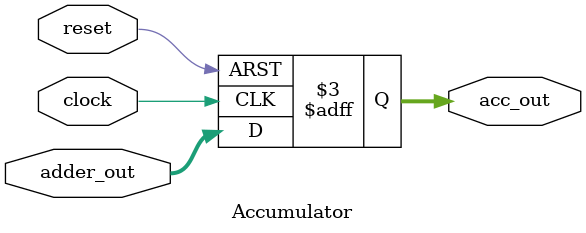
<source format=v>
`timescale 1ns / 1ps
module Accumulator(clock, reset, adder_out, acc_out);
    input clock, reset;
    input [63:0] adder_out;
    output reg [63:0] acc_out;
    
    always @(posedge reset, posedge clock)
        begin
            if (reset == 1)
                acc_out <= 64'h0000000000000000;
            else 
                acc_out <= adder_out;
        end
endmodule

</source>
